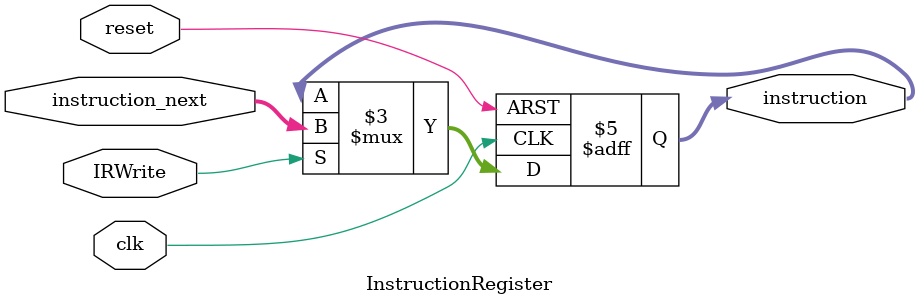
<source format=v>
module InstructionRegister(
    input clk,
    input reset,
    input IRWrite,
    input [31:0] instruction_next,

    output reg [31:0] instruction
);

    always @(posedge clk or posedge reset)
        begin
            if (reset)
                instruction <= 32'd0;
            else if(IRWrite)
                instruction <= instruction_next;
            else
                instruction <= instruction;
        end
endmodule

</source>
